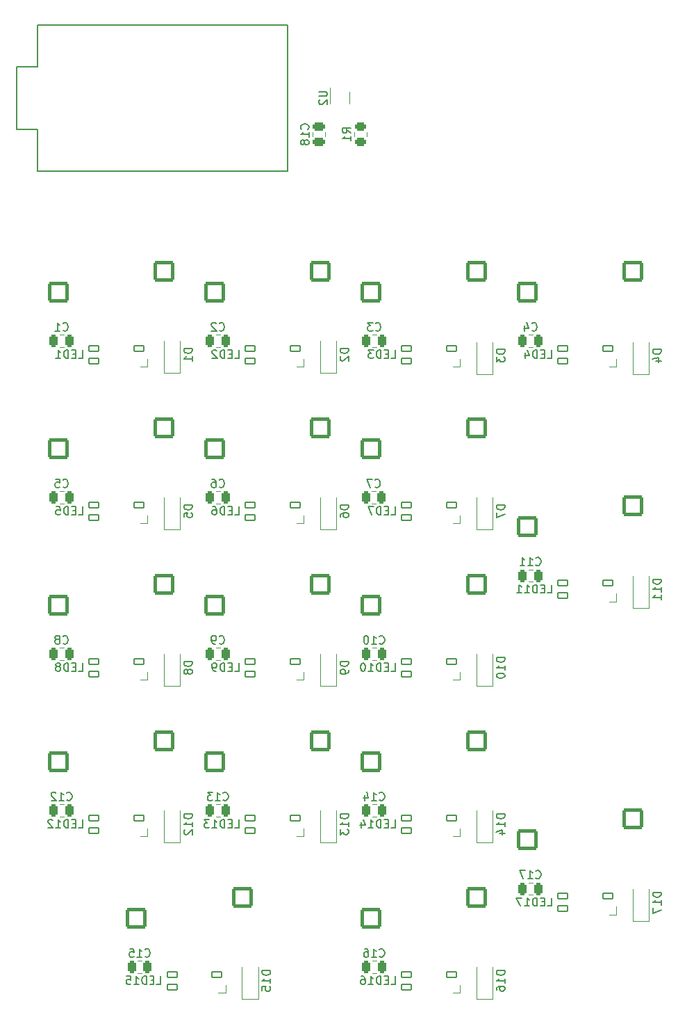
<source format=gbr>
%TF.GenerationSoftware,KiCad,Pcbnew,(6.0.10-0)*%
%TF.CreationDate,2023-02-04T09:28:37-08:00*%
%TF.ProjectId,ElephantKeyboard,456c6570-6861-46e7-944b-6579626f6172,rev?*%
%TF.SameCoordinates,Original*%
%TF.FileFunction,Legend,Bot*%
%TF.FilePolarity,Positive*%
%FSLAX46Y46*%
G04 Gerber Fmt 4.6, Leading zero omitted, Abs format (unit mm)*
G04 Created by KiCad (PCBNEW (6.0.10-0)) date 2023-02-04 09:28:37*
%MOMM*%
%LPD*%
G01*
G04 APERTURE LIST*
G04 Aperture macros list*
%AMRoundRect*
0 Rectangle with rounded corners*
0 $1 Rounding radius*
0 $2 $3 $4 $5 $6 $7 $8 $9 X,Y pos of 4 corners*
0 Add a 4 corners polygon primitive as box body*
4,1,4,$2,$3,$4,$5,$6,$7,$8,$9,$2,$3,0*
0 Add four circle primitives for the rounded corners*
1,1,$1+$1,$2,$3*
1,1,$1+$1,$4,$5*
1,1,$1+$1,$6,$7*
1,1,$1+$1,$8,$9*
0 Add four rect primitives between the rounded corners*
20,1,$1+$1,$2,$3,$4,$5,0*
20,1,$1+$1,$4,$5,$6,$7,0*
20,1,$1+$1,$6,$7,$8,$9,0*
20,1,$1+$1,$8,$9,$2,$3,0*%
%AMFreePoly0*
4,1,18,-0.410000,0.593000,-0.403758,0.624380,-0.385983,0.650983,-0.359380,0.668758,-0.328000,0.675000,0.328000,0.675000,0.359380,0.668758,0.385983,0.650983,0.403758,0.624380,0.410000,0.593000,0.410000,-0.593000,0.403758,-0.624380,0.385983,-0.650983,0.359380,-0.668758,0.328000,-0.675000,0.000000,-0.675000,-0.410000,-0.265000,-0.410000,0.593000,-0.410000,0.593000,$1*%
G04 Aperture macros list end*
%ADD10C,0.150000*%
%ADD11C,0.120000*%
%ADD12C,3.000000*%
%ADD13C,3.987800*%
%ADD14C,1.701800*%
%ADD15RoundRect,0.200000X-1.075000X-1.050000X1.075000X-1.050000X1.075000X1.050000X-1.075000X1.050000X0*%
%ADD16C,3.048000*%
%ADD17R,1.600000X1.600000*%
%ADD18C,1.600000*%
%ADD19R,1.200000X0.900000*%
%ADD20RoundRect,0.250000X0.250000X0.475000X-0.250000X0.475000X-0.250000X-0.475000X0.250000X-0.475000X0*%
%ADD21RoundRect,0.082000X0.593000X-0.328000X0.593000X0.328000X-0.593000X0.328000X-0.593000X-0.328000X0*%
%ADD22FreePoly0,90.000000*%
%ADD23R,0.400000X0.650000*%
%ADD24RoundRect,0.250000X-0.475000X0.250000X-0.475000X-0.250000X0.475000X-0.250000X0.475000X0.250000X0*%
%ADD25RoundRect,0.250000X-0.450000X0.262500X-0.450000X-0.262500X0.450000X-0.262500X0.450000X0.262500X0*%
G04 APERTURE END LIST*
D10*
%TO.C,D13*%
X101385380Y-134167714D02*
X100385380Y-134167714D01*
X100385380Y-134405809D01*
X100433000Y-134548666D01*
X100528238Y-134643904D01*
X100623476Y-134691523D01*
X100813952Y-134739142D01*
X100956809Y-134739142D01*
X101147285Y-134691523D01*
X101242523Y-134643904D01*
X101337761Y-134548666D01*
X101385380Y-134405809D01*
X101385380Y-134167714D01*
X101385380Y-135691523D02*
X101385380Y-135120095D01*
X101385380Y-135405809D02*
X100385380Y-135405809D01*
X100528238Y-135310571D01*
X100623476Y-135215333D01*
X100671095Y-135120095D01*
X100385380Y-136024857D02*
X100385380Y-136643904D01*
X100766333Y-136310571D01*
X100766333Y-136453428D01*
X100813952Y-136548666D01*
X100861571Y-136596285D01*
X100956809Y-136643904D01*
X101194904Y-136643904D01*
X101290142Y-136596285D01*
X101337761Y-136548666D01*
X101385380Y-136453428D01*
X101385380Y-136167714D01*
X101337761Y-136072476D01*
X101290142Y-136024857D01*
%TO.C,D11*%
X139485380Y-105592714D02*
X138485380Y-105592714D01*
X138485380Y-105830809D01*
X138533000Y-105973666D01*
X138628238Y-106068904D01*
X138723476Y-106116523D01*
X138913952Y-106164142D01*
X139056809Y-106164142D01*
X139247285Y-106116523D01*
X139342523Y-106068904D01*
X139437761Y-105973666D01*
X139485380Y-105830809D01*
X139485380Y-105592714D01*
X139485380Y-107116523D02*
X139485380Y-106545095D01*
X139485380Y-106830809D02*
X138485380Y-106830809D01*
X138628238Y-106735571D01*
X138723476Y-106640333D01*
X138771095Y-106545095D01*
X139485380Y-108068904D02*
X139485380Y-107497476D01*
X139485380Y-107783190D02*
X138485380Y-107783190D01*
X138628238Y-107687952D01*
X138723476Y-107592714D01*
X138771095Y-107497476D01*
%TO.C,C17*%
X124213857Y-141933142D02*
X124261476Y-141980761D01*
X124404333Y-142028380D01*
X124499571Y-142028380D01*
X124642428Y-141980761D01*
X124737666Y-141885523D01*
X124785285Y-141790285D01*
X124832904Y-141599809D01*
X124832904Y-141456952D01*
X124785285Y-141266476D01*
X124737666Y-141171238D01*
X124642428Y-141076000D01*
X124499571Y-141028380D01*
X124404333Y-141028380D01*
X124261476Y-141076000D01*
X124213857Y-141123619D01*
X123261476Y-142028380D02*
X123832904Y-142028380D01*
X123547190Y-142028380D02*
X123547190Y-141028380D01*
X123642428Y-141171238D01*
X123737666Y-141266476D01*
X123832904Y-141314095D01*
X122928142Y-141028380D02*
X122261476Y-141028380D01*
X122690047Y-142028380D01*
%TO.C,LED15*%
X78001714Y-154884380D02*
X78477904Y-154884380D01*
X78477904Y-153884380D01*
X77668380Y-154360571D02*
X77335047Y-154360571D01*
X77192190Y-154884380D02*
X77668380Y-154884380D01*
X77668380Y-153884380D01*
X77192190Y-153884380D01*
X76763619Y-154884380D02*
X76763619Y-153884380D01*
X76525523Y-153884380D01*
X76382666Y-153932000D01*
X76287428Y-154027238D01*
X76239809Y-154122476D01*
X76192190Y-154312952D01*
X76192190Y-154455809D01*
X76239809Y-154646285D01*
X76287428Y-154741523D01*
X76382666Y-154836761D01*
X76525523Y-154884380D01*
X76763619Y-154884380D01*
X75239809Y-154884380D02*
X75811238Y-154884380D01*
X75525523Y-154884380D02*
X75525523Y-153884380D01*
X75620761Y-154027238D01*
X75716000Y-154122476D01*
X75811238Y-154170095D01*
X74335047Y-153884380D02*
X74811238Y-153884380D01*
X74858857Y-154360571D01*
X74811238Y-154312952D01*
X74716000Y-154265333D01*
X74477904Y-154265333D01*
X74382666Y-154312952D01*
X74335047Y-154360571D01*
X74287428Y-154455809D01*
X74287428Y-154693904D01*
X74335047Y-154789142D01*
X74382666Y-154836761D01*
X74477904Y-154884380D01*
X74716000Y-154884380D01*
X74811238Y-154836761D01*
X74858857Y-154789142D01*
%TO.C,D7*%
X120435380Y-96543904D02*
X119435380Y-96543904D01*
X119435380Y-96782000D01*
X119483000Y-96924857D01*
X119578238Y-97020095D01*
X119673476Y-97067714D01*
X119863952Y-97115333D01*
X120006809Y-97115333D01*
X120197285Y-97067714D01*
X120292523Y-97020095D01*
X120387761Y-96924857D01*
X120435380Y-96782000D01*
X120435380Y-96543904D01*
X119435380Y-97448666D02*
X119435380Y-98115333D01*
X120435380Y-97686761D01*
%TO.C,C11*%
X124213857Y-103833142D02*
X124261476Y-103880761D01*
X124404333Y-103928380D01*
X124499571Y-103928380D01*
X124642428Y-103880761D01*
X124737666Y-103785523D01*
X124785285Y-103690285D01*
X124832904Y-103499809D01*
X124832904Y-103356952D01*
X124785285Y-103166476D01*
X124737666Y-103071238D01*
X124642428Y-102976000D01*
X124499571Y-102928380D01*
X124404333Y-102928380D01*
X124261476Y-102976000D01*
X124213857Y-103023619D01*
X123261476Y-103928380D02*
X123832904Y-103928380D01*
X123547190Y-103928380D02*
X123547190Y-102928380D01*
X123642428Y-103071238D01*
X123737666Y-103166476D01*
X123832904Y-103214095D01*
X122309095Y-103928380D02*
X122880523Y-103928380D01*
X122594809Y-103928380D02*
X122594809Y-102928380D01*
X122690047Y-103071238D01*
X122785285Y-103166476D01*
X122880523Y-103214095D01*
%TO.C,D17*%
X139485380Y-143692714D02*
X138485380Y-143692714D01*
X138485380Y-143930809D01*
X138533000Y-144073666D01*
X138628238Y-144168904D01*
X138723476Y-144216523D01*
X138913952Y-144264142D01*
X139056809Y-144264142D01*
X139247285Y-144216523D01*
X139342523Y-144168904D01*
X139437761Y-144073666D01*
X139485380Y-143930809D01*
X139485380Y-143692714D01*
X139485380Y-145216523D02*
X139485380Y-144645095D01*
X139485380Y-144930809D02*
X138485380Y-144930809D01*
X138628238Y-144835571D01*
X138723476Y-144740333D01*
X138771095Y-144645095D01*
X138485380Y-145549857D02*
X138485380Y-146216523D01*
X139485380Y-145787952D01*
%TO.C,LED5*%
X68476714Y-97734380D02*
X68952904Y-97734380D01*
X68952904Y-96734380D01*
X68143380Y-97210571D02*
X67810047Y-97210571D01*
X67667190Y-97734380D02*
X68143380Y-97734380D01*
X68143380Y-96734380D01*
X67667190Y-96734380D01*
X67238619Y-97734380D02*
X67238619Y-96734380D01*
X67000523Y-96734380D01*
X66857666Y-96782000D01*
X66762428Y-96877238D01*
X66714809Y-96972476D01*
X66667190Y-97162952D01*
X66667190Y-97305809D01*
X66714809Y-97496285D01*
X66762428Y-97591523D01*
X66857666Y-97686761D01*
X67000523Y-97734380D01*
X67238619Y-97734380D01*
X65762428Y-96734380D02*
X66238619Y-96734380D01*
X66286238Y-97210571D01*
X66238619Y-97162952D01*
X66143380Y-97115333D01*
X65905285Y-97115333D01*
X65810047Y-97162952D01*
X65762428Y-97210571D01*
X65714809Y-97305809D01*
X65714809Y-97543904D01*
X65762428Y-97639142D01*
X65810047Y-97686761D01*
X65905285Y-97734380D01*
X66143380Y-97734380D01*
X66238619Y-97686761D01*
X66286238Y-97639142D01*
%TO.C,LED3*%
X106576714Y-78684380D02*
X107052904Y-78684380D01*
X107052904Y-77684380D01*
X106243380Y-78160571D02*
X105910047Y-78160571D01*
X105767190Y-78684380D02*
X106243380Y-78684380D01*
X106243380Y-77684380D01*
X105767190Y-77684380D01*
X105338619Y-78684380D02*
X105338619Y-77684380D01*
X105100523Y-77684380D01*
X104957666Y-77732000D01*
X104862428Y-77827238D01*
X104814809Y-77922476D01*
X104767190Y-78112952D01*
X104767190Y-78255809D01*
X104814809Y-78446285D01*
X104862428Y-78541523D01*
X104957666Y-78636761D01*
X105100523Y-78684380D01*
X105338619Y-78684380D01*
X104433857Y-77684380D02*
X103814809Y-77684380D01*
X104148142Y-78065333D01*
X104005285Y-78065333D01*
X103910047Y-78112952D01*
X103862428Y-78160571D01*
X103814809Y-78255809D01*
X103814809Y-78493904D01*
X103862428Y-78589142D01*
X103910047Y-78636761D01*
X104005285Y-78684380D01*
X104291000Y-78684380D01*
X104386238Y-78636761D01*
X104433857Y-78589142D01*
%TO.C,D5*%
X82335380Y-96543904D02*
X81335380Y-96543904D01*
X81335380Y-96782000D01*
X81383000Y-96924857D01*
X81478238Y-97020095D01*
X81573476Y-97067714D01*
X81763952Y-97115333D01*
X81906809Y-97115333D01*
X82097285Y-97067714D01*
X82192523Y-97020095D01*
X82287761Y-96924857D01*
X82335380Y-96782000D01*
X82335380Y-96543904D01*
X81335380Y-98020095D02*
X81335380Y-97543904D01*
X81811571Y-97496285D01*
X81763952Y-97543904D01*
X81716333Y-97639142D01*
X81716333Y-97877238D01*
X81763952Y-97972476D01*
X81811571Y-98020095D01*
X81906809Y-98067714D01*
X82144904Y-98067714D01*
X82240142Y-98020095D01*
X82287761Y-97972476D01*
X82335380Y-97877238D01*
X82335380Y-97639142D01*
X82287761Y-97543904D01*
X82240142Y-97496285D01*
%TO.C,LED13*%
X87526714Y-135834380D02*
X88002904Y-135834380D01*
X88002904Y-134834380D01*
X87193380Y-135310571D02*
X86860047Y-135310571D01*
X86717190Y-135834380D02*
X87193380Y-135834380D01*
X87193380Y-134834380D01*
X86717190Y-134834380D01*
X86288619Y-135834380D02*
X86288619Y-134834380D01*
X86050523Y-134834380D01*
X85907666Y-134882000D01*
X85812428Y-134977238D01*
X85764809Y-135072476D01*
X85717190Y-135262952D01*
X85717190Y-135405809D01*
X85764809Y-135596285D01*
X85812428Y-135691523D01*
X85907666Y-135786761D01*
X86050523Y-135834380D01*
X86288619Y-135834380D01*
X84764809Y-135834380D02*
X85336238Y-135834380D01*
X85050523Y-135834380D02*
X85050523Y-134834380D01*
X85145761Y-134977238D01*
X85241000Y-135072476D01*
X85336238Y-135120095D01*
X84431476Y-134834380D02*
X83812428Y-134834380D01*
X84145761Y-135215333D01*
X84002904Y-135215333D01*
X83907666Y-135262952D01*
X83860047Y-135310571D01*
X83812428Y-135405809D01*
X83812428Y-135643904D01*
X83860047Y-135739142D01*
X83907666Y-135786761D01*
X84002904Y-135834380D01*
X84288619Y-135834380D01*
X84383857Y-135786761D01*
X84431476Y-135739142D01*
%TO.C,D6*%
X101385380Y-96543904D02*
X100385380Y-96543904D01*
X100385380Y-96782000D01*
X100433000Y-96924857D01*
X100528238Y-97020095D01*
X100623476Y-97067714D01*
X100813952Y-97115333D01*
X100956809Y-97115333D01*
X101147285Y-97067714D01*
X101242523Y-97020095D01*
X101337761Y-96924857D01*
X101385380Y-96782000D01*
X101385380Y-96543904D01*
X100385380Y-97972476D02*
X100385380Y-97782000D01*
X100433000Y-97686761D01*
X100480619Y-97639142D01*
X100623476Y-97543904D01*
X100813952Y-97496285D01*
X101194904Y-97496285D01*
X101290142Y-97543904D01*
X101337761Y-97591523D01*
X101385380Y-97686761D01*
X101385380Y-97877238D01*
X101337761Y-97972476D01*
X101290142Y-98020095D01*
X101194904Y-98067714D01*
X100956809Y-98067714D01*
X100861571Y-98020095D01*
X100813952Y-97972476D01*
X100766333Y-97877238D01*
X100766333Y-97686761D01*
X100813952Y-97591523D01*
X100861571Y-97543904D01*
X100956809Y-97496285D01*
%TO.C,LED17*%
X125626714Y-145359380D02*
X126102904Y-145359380D01*
X126102904Y-144359380D01*
X125293380Y-144835571D02*
X124960047Y-144835571D01*
X124817190Y-145359380D02*
X125293380Y-145359380D01*
X125293380Y-144359380D01*
X124817190Y-144359380D01*
X124388619Y-145359380D02*
X124388619Y-144359380D01*
X124150523Y-144359380D01*
X124007666Y-144407000D01*
X123912428Y-144502238D01*
X123864809Y-144597476D01*
X123817190Y-144787952D01*
X123817190Y-144930809D01*
X123864809Y-145121285D01*
X123912428Y-145216523D01*
X124007666Y-145311761D01*
X124150523Y-145359380D01*
X124388619Y-145359380D01*
X122864809Y-145359380D02*
X123436238Y-145359380D01*
X123150523Y-145359380D02*
X123150523Y-144359380D01*
X123245761Y-144502238D01*
X123341000Y-144597476D01*
X123436238Y-144645095D01*
X122531476Y-144359380D02*
X121864809Y-144359380D01*
X122293380Y-145359380D01*
%TO.C,C6*%
X85637666Y-94308142D02*
X85685285Y-94355761D01*
X85828142Y-94403380D01*
X85923380Y-94403380D01*
X86066238Y-94355761D01*
X86161476Y-94260523D01*
X86209095Y-94165285D01*
X86256714Y-93974809D01*
X86256714Y-93831952D01*
X86209095Y-93641476D01*
X86161476Y-93546238D01*
X86066238Y-93451000D01*
X85923380Y-93403380D01*
X85828142Y-93403380D01*
X85685285Y-93451000D01*
X85637666Y-93498619D01*
X84780523Y-93403380D02*
X84971000Y-93403380D01*
X85066238Y-93451000D01*
X85113857Y-93498619D01*
X85209095Y-93641476D01*
X85256714Y-93831952D01*
X85256714Y-94212904D01*
X85209095Y-94308142D01*
X85161476Y-94355761D01*
X85066238Y-94403380D01*
X84875761Y-94403380D01*
X84780523Y-94355761D01*
X84732904Y-94308142D01*
X84685285Y-94212904D01*
X84685285Y-93974809D01*
X84732904Y-93879571D01*
X84780523Y-93831952D01*
X84875761Y-93784333D01*
X85066238Y-93784333D01*
X85161476Y-93831952D01*
X85209095Y-93879571D01*
X85256714Y-93974809D01*
%TO.C,D3*%
X120435380Y-77620904D02*
X119435380Y-77620904D01*
X119435380Y-77859000D01*
X119483000Y-78001857D01*
X119578238Y-78097095D01*
X119673476Y-78144714D01*
X119863952Y-78192333D01*
X120006809Y-78192333D01*
X120197285Y-78144714D01*
X120292523Y-78097095D01*
X120387761Y-78001857D01*
X120435380Y-77859000D01*
X120435380Y-77620904D01*
X119435380Y-78525666D02*
X119435380Y-79144714D01*
X119816333Y-78811380D01*
X119816333Y-78954238D01*
X119863952Y-79049476D01*
X119911571Y-79097095D01*
X120006809Y-79144714D01*
X120244904Y-79144714D01*
X120340142Y-79097095D01*
X120387761Y-79049476D01*
X120435380Y-78954238D01*
X120435380Y-78668523D01*
X120387761Y-78573285D01*
X120340142Y-78525666D01*
%TO.C,D2*%
X101385380Y-77493904D02*
X100385380Y-77493904D01*
X100385380Y-77732000D01*
X100433000Y-77874857D01*
X100528238Y-77970095D01*
X100623476Y-78017714D01*
X100813952Y-78065333D01*
X100956809Y-78065333D01*
X101147285Y-78017714D01*
X101242523Y-77970095D01*
X101337761Y-77874857D01*
X101385380Y-77732000D01*
X101385380Y-77493904D01*
X100480619Y-78446285D02*
X100433000Y-78493904D01*
X100385380Y-78589142D01*
X100385380Y-78827238D01*
X100433000Y-78922476D01*
X100480619Y-78970095D01*
X100575857Y-79017714D01*
X100671095Y-79017714D01*
X100813952Y-78970095D01*
X101385380Y-78398666D01*
X101385380Y-79017714D01*
%TO.C,LED6*%
X87526714Y-97734380D02*
X88002904Y-97734380D01*
X88002904Y-96734380D01*
X87193380Y-97210571D02*
X86860047Y-97210571D01*
X86717190Y-97734380D02*
X87193380Y-97734380D01*
X87193380Y-96734380D01*
X86717190Y-96734380D01*
X86288619Y-97734380D02*
X86288619Y-96734380D01*
X86050523Y-96734380D01*
X85907666Y-96782000D01*
X85812428Y-96877238D01*
X85764809Y-96972476D01*
X85717190Y-97162952D01*
X85717190Y-97305809D01*
X85764809Y-97496285D01*
X85812428Y-97591523D01*
X85907666Y-97686761D01*
X86050523Y-97734380D01*
X86288619Y-97734380D01*
X84860047Y-96734380D02*
X85050523Y-96734380D01*
X85145761Y-96782000D01*
X85193380Y-96829619D01*
X85288619Y-96972476D01*
X85336238Y-97162952D01*
X85336238Y-97543904D01*
X85288619Y-97639142D01*
X85241000Y-97686761D01*
X85145761Y-97734380D01*
X84955285Y-97734380D01*
X84860047Y-97686761D01*
X84812428Y-97639142D01*
X84764809Y-97543904D01*
X84764809Y-97305809D01*
X84812428Y-97210571D01*
X84860047Y-97162952D01*
X84955285Y-97115333D01*
X85145761Y-97115333D01*
X85241000Y-97162952D01*
X85288619Y-97210571D01*
X85336238Y-97305809D01*
%TO.C,C1*%
X66587666Y-75258142D02*
X66635285Y-75305761D01*
X66778142Y-75353380D01*
X66873380Y-75353380D01*
X67016238Y-75305761D01*
X67111476Y-75210523D01*
X67159095Y-75115285D01*
X67206714Y-74924809D01*
X67206714Y-74781952D01*
X67159095Y-74591476D01*
X67111476Y-74496238D01*
X67016238Y-74401000D01*
X66873380Y-74353380D01*
X66778142Y-74353380D01*
X66635285Y-74401000D01*
X66587666Y-74448619D01*
X65635285Y-75353380D02*
X66206714Y-75353380D01*
X65921000Y-75353380D02*
X65921000Y-74353380D01*
X66016238Y-74496238D01*
X66111476Y-74591476D01*
X66206714Y-74639095D01*
%TO.C,LED16*%
X106576714Y-154884380D02*
X107052904Y-154884380D01*
X107052904Y-153884380D01*
X106243380Y-154360571D02*
X105910047Y-154360571D01*
X105767190Y-154884380D02*
X106243380Y-154884380D01*
X106243380Y-153884380D01*
X105767190Y-153884380D01*
X105338619Y-154884380D02*
X105338619Y-153884380D01*
X105100523Y-153884380D01*
X104957666Y-153932000D01*
X104862428Y-154027238D01*
X104814809Y-154122476D01*
X104767190Y-154312952D01*
X104767190Y-154455809D01*
X104814809Y-154646285D01*
X104862428Y-154741523D01*
X104957666Y-154836761D01*
X105100523Y-154884380D01*
X105338619Y-154884380D01*
X103814809Y-154884380D02*
X104386238Y-154884380D01*
X104100523Y-154884380D02*
X104100523Y-153884380D01*
X104195761Y-154027238D01*
X104291000Y-154122476D01*
X104386238Y-154170095D01*
X102957666Y-153884380D02*
X103148142Y-153884380D01*
X103243380Y-153932000D01*
X103291000Y-153979619D01*
X103386238Y-154122476D01*
X103433857Y-154312952D01*
X103433857Y-154693904D01*
X103386238Y-154789142D01*
X103338619Y-154836761D01*
X103243380Y-154884380D01*
X103052904Y-154884380D01*
X102957666Y-154836761D01*
X102910047Y-154789142D01*
X102862428Y-154693904D01*
X102862428Y-154455809D01*
X102910047Y-154360571D01*
X102957666Y-154312952D01*
X103052904Y-154265333D01*
X103243380Y-154265333D01*
X103338619Y-154312952D01*
X103386238Y-154360571D01*
X103433857Y-154455809D01*
%TO.C,C8*%
X66587666Y-113358142D02*
X66635285Y-113405761D01*
X66778142Y-113453380D01*
X66873380Y-113453380D01*
X67016238Y-113405761D01*
X67111476Y-113310523D01*
X67159095Y-113215285D01*
X67206714Y-113024809D01*
X67206714Y-112881952D01*
X67159095Y-112691476D01*
X67111476Y-112596238D01*
X67016238Y-112501000D01*
X66873380Y-112453380D01*
X66778142Y-112453380D01*
X66635285Y-112501000D01*
X66587666Y-112548619D01*
X66016238Y-112881952D02*
X66111476Y-112834333D01*
X66159095Y-112786714D01*
X66206714Y-112691476D01*
X66206714Y-112643857D01*
X66159095Y-112548619D01*
X66111476Y-112501000D01*
X66016238Y-112453380D01*
X65825761Y-112453380D01*
X65730523Y-112501000D01*
X65682904Y-112548619D01*
X65635285Y-112643857D01*
X65635285Y-112691476D01*
X65682904Y-112786714D01*
X65730523Y-112834333D01*
X65825761Y-112881952D01*
X66016238Y-112881952D01*
X66111476Y-112929571D01*
X66159095Y-112977190D01*
X66206714Y-113072428D01*
X66206714Y-113262904D01*
X66159095Y-113358142D01*
X66111476Y-113405761D01*
X66016238Y-113453380D01*
X65825761Y-113453380D01*
X65730523Y-113405761D01*
X65682904Y-113358142D01*
X65635285Y-113262904D01*
X65635285Y-113072428D01*
X65682904Y-112977190D01*
X65730523Y-112929571D01*
X65825761Y-112881952D01*
%TO.C,C16*%
X105163857Y-151458142D02*
X105211476Y-151505761D01*
X105354333Y-151553380D01*
X105449571Y-151553380D01*
X105592428Y-151505761D01*
X105687666Y-151410523D01*
X105735285Y-151315285D01*
X105782904Y-151124809D01*
X105782904Y-150981952D01*
X105735285Y-150791476D01*
X105687666Y-150696238D01*
X105592428Y-150601000D01*
X105449571Y-150553380D01*
X105354333Y-150553380D01*
X105211476Y-150601000D01*
X105163857Y-150648619D01*
X104211476Y-151553380D02*
X104782904Y-151553380D01*
X104497190Y-151553380D02*
X104497190Y-150553380D01*
X104592428Y-150696238D01*
X104687666Y-150791476D01*
X104782904Y-150839095D01*
X103354333Y-150553380D02*
X103544809Y-150553380D01*
X103640047Y-150601000D01*
X103687666Y-150648619D01*
X103782904Y-150791476D01*
X103830523Y-150981952D01*
X103830523Y-151362904D01*
X103782904Y-151458142D01*
X103735285Y-151505761D01*
X103640047Y-151553380D01*
X103449571Y-151553380D01*
X103354333Y-151505761D01*
X103306714Y-151458142D01*
X103259095Y-151362904D01*
X103259095Y-151124809D01*
X103306714Y-151029571D01*
X103354333Y-150981952D01*
X103449571Y-150934333D01*
X103640047Y-150934333D01*
X103735285Y-150981952D01*
X103782904Y-151029571D01*
X103830523Y-151124809D01*
%TO.C,D9*%
X101385380Y-115593904D02*
X100385380Y-115593904D01*
X100385380Y-115832000D01*
X100433000Y-115974857D01*
X100528238Y-116070095D01*
X100623476Y-116117714D01*
X100813952Y-116165333D01*
X100956809Y-116165333D01*
X101147285Y-116117714D01*
X101242523Y-116070095D01*
X101337761Y-115974857D01*
X101385380Y-115832000D01*
X101385380Y-115593904D01*
X101385380Y-116641523D02*
X101385380Y-116832000D01*
X101337761Y-116927238D01*
X101290142Y-116974857D01*
X101147285Y-117070095D01*
X100956809Y-117117714D01*
X100575857Y-117117714D01*
X100480619Y-117070095D01*
X100433000Y-117022476D01*
X100385380Y-116927238D01*
X100385380Y-116736761D01*
X100433000Y-116641523D01*
X100480619Y-116593904D01*
X100575857Y-116546285D01*
X100813952Y-116546285D01*
X100909190Y-116593904D01*
X100956809Y-116641523D01*
X101004428Y-116736761D01*
X101004428Y-116927238D01*
X100956809Y-117022476D01*
X100909190Y-117070095D01*
X100813952Y-117117714D01*
%TO.C,C13*%
X86113857Y-132408142D02*
X86161476Y-132455761D01*
X86304333Y-132503380D01*
X86399571Y-132503380D01*
X86542428Y-132455761D01*
X86637666Y-132360523D01*
X86685285Y-132265285D01*
X86732904Y-132074809D01*
X86732904Y-131931952D01*
X86685285Y-131741476D01*
X86637666Y-131646238D01*
X86542428Y-131551000D01*
X86399571Y-131503380D01*
X86304333Y-131503380D01*
X86161476Y-131551000D01*
X86113857Y-131598619D01*
X85161476Y-132503380D02*
X85732904Y-132503380D01*
X85447190Y-132503380D02*
X85447190Y-131503380D01*
X85542428Y-131646238D01*
X85637666Y-131741476D01*
X85732904Y-131789095D01*
X84828142Y-131503380D02*
X84209095Y-131503380D01*
X84542428Y-131884333D01*
X84399571Y-131884333D01*
X84304333Y-131931952D01*
X84256714Y-131979571D01*
X84209095Y-132074809D01*
X84209095Y-132312904D01*
X84256714Y-132408142D01*
X84304333Y-132455761D01*
X84399571Y-132503380D01*
X84685285Y-132503380D01*
X84780523Y-132455761D01*
X84828142Y-132408142D01*
%TO.C,LED4*%
X125626714Y-78684380D02*
X126102904Y-78684380D01*
X126102904Y-77684380D01*
X125293380Y-78160571D02*
X124960047Y-78160571D01*
X124817190Y-78684380D02*
X125293380Y-78684380D01*
X125293380Y-77684380D01*
X124817190Y-77684380D01*
X124388619Y-78684380D02*
X124388619Y-77684380D01*
X124150523Y-77684380D01*
X124007666Y-77732000D01*
X123912428Y-77827238D01*
X123864809Y-77922476D01*
X123817190Y-78112952D01*
X123817190Y-78255809D01*
X123864809Y-78446285D01*
X123912428Y-78541523D01*
X124007666Y-78636761D01*
X124150523Y-78684380D01*
X124388619Y-78684380D01*
X122960047Y-78017714D02*
X122960047Y-78684380D01*
X123198142Y-77636761D02*
X123436238Y-78351047D01*
X122817190Y-78351047D01*
%TO.C,D12*%
X82335380Y-134167714D02*
X81335380Y-134167714D01*
X81335380Y-134405809D01*
X81383000Y-134548666D01*
X81478238Y-134643904D01*
X81573476Y-134691523D01*
X81763952Y-134739142D01*
X81906809Y-134739142D01*
X82097285Y-134691523D01*
X82192523Y-134643904D01*
X82287761Y-134548666D01*
X82335380Y-134405809D01*
X82335380Y-134167714D01*
X82335380Y-135691523D02*
X82335380Y-135120095D01*
X82335380Y-135405809D02*
X81335380Y-135405809D01*
X81478238Y-135310571D01*
X81573476Y-135215333D01*
X81621095Y-135120095D01*
X81430619Y-136072476D02*
X81383000Y-136120095D01*
X81335380Y-136215333D01*
X81335380Y-136453428D01*
X81383000Y-136548666D01*
X81430619Y-136596285D01*
X81525857Y-136643904D01*
X81621095Y-136643904D01*
X81763952Y-136596285D01*
X82335380Y-136024857D01*
X82335380Y-136643904D01*
%TO.C,LED10*%
X106576714Y-116784380D02*
X107052904Y-116784380D01*
X107052904Y-115784380D01*
X106243380Y-116260571D02*
X105910047Y-116260571D01*
X105767190Y-116784380D02*
X106243380Y-116784380D01*
X106243380Y-115784380D01*
X105767190Y-115784380D01*
X105338619Y-116784380D02*
X105338619Y-115784380D01*
X105100523Y-115784380D01*
X104957666Y-115832000D01*
X104862428Y-115927238D01*
X104814809Y-116022476D01*
X104767190Y-116212952D01*
X104767190Y-116355809D01*
X104814809Y-116546285D01*
X104862428Y-116641523D01*
X104957666Y-116736761D01*
X105100523Y-116784380D01*
X105338619Y-116784380D01*
X103814809Y-116784380D02*
X104386238Y-116784380D01*
X104100523Y-116784380D02*
X104100523Y-115784380D01*
X104195761Y-115927238D01*
X104291000Y-116022476D01*
X104386238Y-116070095D01*
X103195761Y-115784380D02*
X103100523Y-115784380D01*
X103005285Y-115832000D01*
X102957666Y-115879619D01*
X102910047Y-115974857D01*
X102862428Y-116165333D01*
X102862428Y-116403428D01*
X102910047Y-116593904D01*
X102957666Y-116689142D01*
X103005285Y-116736761D01*
X103100523Y-116784380D01*
X103195761Y-116784380D01*
X103291000Y-116736761D01*
X103338619Y-116689142D01*
X103386238Y-116593904D01*
X103433857Y-116403428D01*
X103433857Y-116165333D01*
X103386238Y-115974857D01*
X103338619Y-115879619D01*
X103291000Y-115832000D01*
X103195761Y-115784380D01*
%TO.C,C2*%
X85637666Y-75258142D02*
X85685285Y-75305761D01*
X85828142Y-75353380D01*
X85923380Y-75353380D01*
X86066238Y-75305761D01*
X86161476Y-75210523D01*
X86209095Y-75115285D01*
X86256714Y-74924809D01*
X86256714Y-74781952D01*
X86209095Y-74591476D01*
X86161476Y-74496238D01*
X86066238Y-74401000D01*
X85923380Y-74353380D01*
X85828142Y-74353380D01*
X85685285Y-74401000D01*
X85637666Y-74448619D01*
X85256714Y-74448619D02*
X85209095Y-74401000D01*
X85113857Y-74353380D01*
X84875761Y-74353380D01*
X84780523Y-74401000D01*
X84732904Y-74448619D01*
X84685285Y-74543857D01*
X84685285Y-74639095D01*
X84732904Y-74781952D01*
X85304333Y-75353380D01*
X84685285Y-75353380D01*
%TO.C,LED9*%
X87526714Y-116784380D02*
X88002904Y-116784380D01*
X88002904Y-115784380D01*
X87193380Y-116260571D02*
X86860047Y-116260571D01*
X86717190Y-116784380D02*
X87193380Y-116784380D01*
X87193380Y-115784380D01*
X86717190Y-115784380D01*
X86288619Y-116784380D02*
X86288619Y-115784380D01*
X86050523Y-115784380D01*
X85907666Y-115832000D01*
X85812428Y-115927238D01*
X85764809Y-116022476D01*
X85717190Y-116212952D01*
X85717190Y-116355809D01*
X85764809Y-116546285D01*
X85812428Y-116641523D01*
X85907666Y-116736761D01*
X86050523Y-116784380D01*
X86288619Y-116784380D01*
X85241000Y-116784380D02*
X85050523Y-116784380D01*
X84955285Y-116736761D01*
X84907666Y-116689142D01*
X84812428Y-116546285D01*
X84764809Y-116355809D01*
X84764809Y-115974857D01*
X84812428Y-115879619D01*
X84860047Y-115832000D01*
X84955285Y-115784380D01*
X85145761Y-115784380D01*
X85241000Y-115832000D01*
X85288619Y-115879619D01*
X85336238Y-115974857D01*
X85336238Y-116212952D01*
X85288619Y-116308190D01*
X85241000Y-116355809D01*
X85145761Y-116403428D01*
X84955285Y-116403428D01*
X84860047Y-116355809D01*
X84812428Y-116308190D01*
X84764809Y-116212952D01*
%TO.C,C15*%
X76588857Y-151458142D02*
X76636476Y-151505761D01*
X76779333Y-151553380D01*
X76874571Y-151553380D01*
X77017428Y-151505761D01*
X77112666Y-151410523D01*
X77160285Y-151315285D01*
X77207904Y-151124809D01*
X77207904Y-150981952D01*
X77160285Y-150791476D01*
X77112666Y-150696238D01*
X77017428Y-150601000D01*
X76874571Y-150553380D01*
X76779333Y-150553380D01*
X76636476Y-150601000D01*
X76588857Y-150648619D01*
X75636476Y-151553380D02*
X76207904Y-151553380D01*
X75922190Y-151553380D02*
X75922190Y-150553380D01*
X76017428Y-150696238D01*
X76112666Y-150791476D01*
X76207904Y-150839095D01*
X74731714Y-150553380D02*
X75207904Y-150553380D01*
X75255523Y-151029571D01*
X75207904Y-150981952D01*
X75112666Y-150934333D01*
X74874571Y-150934333D01*
X74779333Y-150981952D01*
X74731714Y-151029571D01*
X74684095Y-151124809D01*
X74684095Y-151362904D01*
X74731714Y-151458142D01*
X74779333Y-151505761D01*
X74874571Y-151553380D01*
X75112666Y-151553380D01*
X75207904Y-151505761D01*
X75255523Y-151458142D01*
%TO.C,LED1*%
X68476714Y-78684380D02*
X68952904Y-78684380D01*
X68952904Y-77684380D01*
X68143380Y-78160571D02*
X67810047Y-78160571D01*
X67667190Y-78684380D02*
X68143380Y-78684380D01*
X68143380Y-77684380D01*
X67667190Y-77684380D01*
X67238619Y-78684380D02*
X67238619Y-77684380D01*
X67000523Y-77684380D01*
X66857666Y-77732000D01*
X66762428Y-77827238D01*
X66714809Y-77922476D01*
X66667190Y-78112952D01*
X66667190Y-78255809D01*
X66714809Y-78446285D01*
X66762428Y-78541523D01*
X66857666Y-78636761D01*
X67000523Y-78684380D01*
X67238619Y-78684380D01*
X65714809Y-78684380D02*
X66286238Y-78684380D01*
X66000523Y-78684380D02*
X66000523Y-77684380D01*
X66095761Y-77827238D01*
X66191000Y-77922476D01*
X66286238Y-77970095D01*
%TO.C,LED12*%
X68476714Y-135834380D02*
X68952904Y-135834380D01*
X68952904Y-134834380D01*
X68143380Y-135310571D02*
X67810047Y-135310571D01*
X67667190Y-135834380D02*
X68143380Y-135834380D01*
X68143380Y-134834380D01*
X67667190Y-134834380D01*
X67238619Y-135834380D02*
X67238619Y-134834380D01*
X67000523Y-134834380D01*
X66857666Y-134882000D01*
X66762428Y-134977238D01*
X66714809Y-135072476D01*
X66667190Y-135262952D01*
X66667190Y-135405809D01*
X66714809Y-135596285D01*
X66762428Y-135691523D01*
X66857666Y-135786761D01*
X67000523Y-135834380D01*
X67238619Y-135834380D01*
X65714809Y-135834380D02*
X66286238Y-135834380D01*
X66000523Y-135834380D02*
X66000523Y-134834380D01*
X66095761Y-134977238D01*
X66191000Y-135072476D01*
X66286238Y-135120095D01*
X65333857Y-134929619D02*
X65286238Y-134882000D01*
X65191000Y-134834380D01*
X64952904Y-134834380D01*
X64857666Y-134882000D01*
X64810047Y-134929619D01*
X64762428Y-135024857D01*
X64762428Y-135120095D01*
X64810047Y-135262952D01*
X65381476Y-135834380D01*
X64762428Y-135834380D01*
%TO.C,D15*%
X91860380Y-153217714D02*
X90860380Y-153217714D01*
X90860380Y-153455809D01*
X90908000Y-153598666D01*
X91003238Y-153693904D01*
X91098476Y-153741523D01*
X91288952Y-153789142D01*
X91431809Y-153789142D01*
X91622285Y-153741523D01*
X91717523Y-153693904D01*
X91812761Y-153598666D01*
X91860380Y-153455809D01*
X91860380Y-153217714D01*
X91860380Y-154741523D02*
X91860380Y-154170095D01*
X91860380Y-154455809D02*
X90860380Y-154455809D01*
X91003238Y-154360571D01*
X91098476Y-154265333D01*
X91146095Y-154170095D01*
X90860380Y-155646285D02*
X90860380Y-155170095D01*
X91336571Y-155122476D01*
X91288952Y-155170095D01*
X91241333Y-155265333D01*
X91241333Y-155503428D01*
X91288952Y-155598666D01*
X91336571Y-155646285D01*
X91431809Y-155693904D01*
X91669904Y-155693904D01*
X91765142Y-155646285D01*
X91812761Y-155598666D01*
X91860380Y-155503428D01*
X91860380Y-155265333D01*
X91812761Y-155170095D01*
X91765142Y-155122476D01*
%TO.C,C14*%
X105163857Y-132408142D02*
X105211476Y-132455761D01*
X105354333Y-132503380D01*
X105449571Y-132503380D01*
X105592428Y-132455761D01*
X105687666Y-132360523D01*
X105735285Y-132265285D01*
X105782904Y-132074809D01*
X105782904Y-131931952D01*
X105735285Y-131741476D01*
X105687666Y-131646238D01*
X105592428Y-131551000D01*
X105449571Y-131503380D01*
X105354333Y-131503380D01*
X105211476Y-131551000D01*
X105163857Y-131598619D01*
X104211476Y-132503380D02*
X104782904Y-132503380D01*
X104497190Y-132503380D02*
X104497190Y-131503380D01*
X104592428Y-131646238D01*
X104687666Y-131741476D01*
X104782904Y-131789095D01*
X103354333Y-131836714D02*
X103354333Y-132503380D01*
X103592428Y-131455761D02*
X103830523Y-132170047D01*
X103211476Y-132170047D01*
%TO.C,LED14*%
X106576714Y-135834380D02*
X107052904Y-135834380D01*
X107052904Y-134834380D01*
X106243380Y-135310571D02*
X105910047Y-135310571D01*
X105767190Y-135834380D02*
X106243380Y-135834380D01*
X106243380Y-134834380D01*
X105767190Y-134834380D01*
X105338619Y-135834380D02*
X105338619Y-134834380D01*
X105100523Y-134834380D01*
X104957666Y-134882000D01*
X104862428Y-134977238D01*
X104814809Y-135072476D01*
X104767190Y-135262952D01*
X104767190Y-135405809D01*
X104814809Y-135596285D01*
X104862428Y-135691523D01*
X104957666Y-135786761D01*
X105100523Y-135834380D01*
X105338619Y-135834380D01*
X103814809Y-135834380D02*
X104386238Y-135834380D01*
X104100523Y-135834380D02*
X104100523Y-134834380D01*
X104195761Y-134977238D01*
X104291000Y-135072476D01*
X104386238Y-135120095D01*
X102957666Y-135167714D02*
X102957666Y-135834380D01*
X103195761Y-134786761D02*
X103433857Y-135501047D01*
X102814809Y-135501047D01*
%TO.C,U2*%
X97782380Y-46228095D02*
X98591904Y-46228095D01*
X98687142Y-46275714D01*
X98734761Y-46323333D01*
X98782380Y-46418571D01*
X98782380Y-46609047D01*
X98734761Y-46704285D01*
X98687142Y-46751904D01*
X98591904Y-46799523D01*
X97782380Y-46799523D01*
X97877619Y-47228095D02*
X97830000Y-47275714D01*
X97782380Y-47370952D01*
X97782380Y-47609047D01*
X97830000Y-47704285D01*
X97877619Y-47751904D01*
X97972857Y-47799523D01*
X98068095Y-47799523D01*
X98210952Y-47751904D01*
X98782380Y-47180476D01*
X98782380Y-47799523D01*
%TO.C,C18*%
X96467142Y-50792142D02*
X96514761Y-50744523D01*
X96562380Y-50601666D01*
X96562380Y-50506428D01*
X96514761Y-50363571D01*
X96419523Y-50268333D01*
X96324285Y-50220714D01*
X96133809Y-50173095D01*
X95990952Y-50173095D01*
X95800476Y-50220714D01*
X95705238Y-50268333D01*
X95610000Y-50363571D01*
X95562380Y-50506428D01*
X95562380Y-50601666D01*
X95610000Y-50744523D01*
X95657619Y-50792142D01*
X96562380Y-51744523D02*
X96562380Y-51173095D01*
X96562380Y-51458809D02*
X95562380Y-51458809D01*
X95705238Y-51363571D01*
X95800476Y-51268333D01*
X95848095Y-51173095D01*
X95990952Y-52315952D02*
X95943333Y-52220714D01*
X95895714Y-52173095D01*
X95800476Y-52125476D01*
X95752857Y-52125476D01*
X95657619Y-52173095D01*
X95610000Y-52220714D01*
X95562380Y-52315952D01*
X95562380Y-52506428D01*
X95610000Y-52601666D01*
X95657619Y-52649285D01*
X95752857Y-52696904D01*
X95800476Y-52696904D01*
X95895714Y-52649285D01*
X95943333Y-52601666D01*
X95990952Y-52506428D01*
X95990952Y-52315952D01*
X96038571Y-52220714D01*
X96086190Y-52173095D01*
X96181428Y-52125476D01*
X96371904Y-52125476D01*
X96467142Y-52173095D01*
X96514761Y-52220714D01*
X96562380Y-52315952D01*
X96562380Y-52506428D01*
X96514761Y-52601666D01*
X96467142Y-52649285D01*
X96371904Y-52696904D01*
X96181428Y-52696904D01*
X96086190Y-52649285D01*
X96038571Y-52601666D01*
X95990952Y-52506428D01*
%TO.C,C10*%
X105163857Y-113358142D02*
X105211476Y-113405761D01*
X105354333Y-113453380D01*
X105449571Y-113453380D01*
X105592428Y-113405761D01*
X105687666Y-113310523D01*
X105735285Y-113215285D01*
X105782904Y-113024809D01*
X105782904Y-112881952D01*
X105735285Y-112691476D01*
X105687666Y-112596238D01*
X105592428Y-112501000D01*
X105449571Y-112453380D01*
X105354333Y-112453380D01*
X105211476Y-112501000D01*
X105163857Y-112548619D01*
X104211476Y-113453380D02*
X104782904Y-113453380D01*
X104497190Y-113453380D02*
X104497190Y-112453380D01*
X104592428Y-112596238D01*
X104687666Y-112691476D01*
X104782904Y-112739095D01*
X103592428Y-112453380D02*
X103497190Y-112453380D01*
X103401952Y-112501000D01*
X103354333Y-112548619D01*
X103306714Y-112643857D01*
X103259095Y-112834333D01*
X103259095Y-113072428D01*
X103306714Y-113262904D01*
X103354333Y-113358142D01*
X103401952Y-113405761D01*
X103497190Y-113453380D01*
X103592428Y-113453380D01*
X103687666Y-113405761D01*
X103735285Y-113358142D01*
X103782904Y-113262904D01*
X103830523Y-113072428D01*
X103830523Y-112834333D01*
X103782904Y-112643857D01*
X103735285Y-112548619D01*
X103687666Y-112501000D01*
X103592428Y-112453380D01*
%TO.C,C9*%
X85637666Y-113358142D02*
X85685285Y-113405761D01*
X85828142Y-113453380D01*
X85923380Y-113453380D01*
X86066238Y-113405761D01*
X86161476Y-113310523D01*
X86209095Y-113215285D01*
X86256714Y-113024809D01*
X86256714Y-112881952D01*
X86209095Y-112691476D01*
X86161476Y-112596238D01*
X86066238Y-112501000D01*
X85923380Y-112453380D01*
X85828142Y-112453380D01*
X85685285Y-112501000D01*
X85637666Y-112548619D01*
X85161476Y-113453380D02*
X84971000Y-113453380D01*
X84875761Y-113405761D01*
X84828142Y-113358142D01*
X84732904Y-113215285D01*
X84685285Y-113024809D01*
X84685285Y-112643857D01*
X84732904Y-112548619D01*
X84780523Y-112501000D01*
X84875761Y-112453380D01*
X85066238Y-112453380D01*
X85161476Y-112501000D01*
X85209095Y-112548619D01*
X85256714Y-112643857D01*
X85256714Y-112881952D01*
X85209095Y-112977190D01*
X85161476Y-113024809D01*
X85066238Y-113072428D01*
X84875761Y-113072428D01*
X84780523Y-113024809D01*
X84732904Y-112977190D01*
X84685285Y-112881952D01*
%TO.C,C5*%
X66587666Y-94308142D02*
X66635285Y-94355761D01*
X66778142Y-94403380D01*
X66873380Y-94403380D01*
X67016238Y-94355761D01*
X67111476Y-94260523D01*
X67159095Y-94165285D01*
X67206714Y-93974809D01*
X67206714Y-93831952D01*
X67159095Y-93641476D01*
X67111476Y-93546238D01*
X67016238Y-93451000D01*
X66873380Y-93403380D01*
X66778142Y-93403380D01*
X66635285Y-93451000D01*
X66587666Y-93498619D01*
X65682904Y-93403380D02*
X66159095Y-93403380D01*
X66206714Y-93879571D01*
X66159095Y-93831952D01*
X66063857Y-93784333D01*
X65825761Y-93784333D01*
X65730523Y-93831952D01*
X65682904Y-93879571D01*
X65635285Y-93974809D01*
X65635285Y-94212904D01*
X65682904Y-94308142D01*
X65730523Y-94355761D01*
X65825761Y-94403380D01*
X66063857Y-94403380D01*
X66159095Y-94355761D01*
X66206714Y-94308142D01*
%TO.C,LED8*%
X68476714Y-116784380D02*
X68952904Y-116784380D01*
X68952904Y-115784380D01*
X68143380Y-116260571D02*
X67810047Y-116260571D01*
X67667190Y-116784380D02*
X68143380Y-116784380D01*
X68143380Y-115784380D01*
X67667190Y-115784380D01*
X67238619Y-116784380D02*
X67238619Y-115784380D01*
X67000523Y-115784380D01*
X66857666Y-115832000D01*
X66762428Y-115927238D01*
X66714809Y-116022476D01*
X66667190Y-116212952D01*
X66667190Y-116355809D01*
X66714809Y-116546285D01*
X66762428Y-116641523D01*
X66857666Y-116736761D01*
X67000523Y-116784380D01*
X67238619Y-116784380D01*
X66095761Y-116212952D02*
X66191000Y-116165333D01*
X66238619Y-116117714D01*
X66286238Y-116022476D01*
X66286238Y-115974857D01*
X66238619Y-115879619D01*
X66191000Y-115832000D01*
X66095761Y-115784380D01*
X65905285Y-115784380D01*
X65810047Y-115832000D01*
X65762428Y-115879619D01*
X65714809Y-115974857D01*
X65714809Y-116022476D01*
X65762428Y-116117714D01*
X65810047Y-116165333D01*
X65905285Y-116212952D01*
X66095761Y-116212952D01*
X66191000Y-116260571D01*
X66238619Y-116308190D01*
X66286238Y-116403428D01*
X66286238Y-116593904D01*
X66238619Y-116689142D01*
X66191000Y-116736761D01*
X66095761Y-116784380D01*
X65905285Y-116784380D01*
X65810047Y-116736761D01*
X65762428Y-116689142D01*
X65714809Y-116593904D01*
X65714809Y-116403428D01*
X65762428Y-116308190D01*
X65810047Y-116260571D01*
X65905285Y-116212952D01*
%TO.C,C3*%
X104687666Y-75258142D02*
X104735285Y-75305761D01*
X104878142Y-75353380D01*
X104973380Y-75353380D01*
X105116238Y-75305761D01*
X105211476Y-75210523D01*
X105259095Y-75115285D01*
X105306714Y-74924809D01*
X105306714Y-74781952D01*
X105259095Y-74591476D01*
X105211476Y-74496238D01*
X105116238Y-74401000D01*
X104973380Y-74353380D01*
X104878142Y-74353380D01*
X104735285Y-74401000D01*
X104687666Y-74448619D01*
X104354333Y-74353380D02*
X103735285Y-74353380D01*
X104068619Y-74734333D01*
X103925761Y-74734333D01*
X103830523Y-74781952D01*
X103782904Y-74829571D01*
X103735285Y-74924809D01*
X103735285Y-75162904D01*
X103782904Y-75258142D01*
X103830523Y-75305761D01*
X103925761Y-75353380D01*
X104211476Y-75353380D01*
X104306714Y-75305761D01*
X104354333Y-75258142D01*
%TO.C,D14*%
X120435380Y-134167714D02*
X119435380Y-134167714D01*
X119435380Y-134405809D01*
X119483000Y-134548666D01*
X119578238Y-134643904D01*
X119673476Y-134691523D01*
X119863952Y-134739142D01*
X120006809Y-134739142D01*
X120197285Y-134691523D01*
X120292523Y-134643904D01*
X120387761Y-134548666D01*
X120435380Y-134405809D01*
X120435380Y-134167714D01*
X120435380Y-135691523D02*
X120435380Y-135120095D01*
X120435380Y-135405809D02*
X119435380Y-135405809D01*
X119578238Y-135310571D01*
X119673476Y-135215333D01*
X119721095Y-135120095D01*
X119768714Y-136548666D02*
X120435380Y-136548666D01*
X119387761Y-136310571D02*
X120102047Y-136072476D01*
X120102047Y-136691523D01*
%TO.C,C4*%
X123737666Y-75258142D02*
X123785285Y-75305761D01*
X123928142Y-75353380D01*
X124023380Y-75353380D01*
X124166238Y-75305761D01*
X124261476Y-75210523D01*
X124309095Y-75115285D01*
X124356714Y-74924809D01*
X124356714Y-74781952D01*
X124309095Y-74591476D01*
X124261476Y-74496238D01*
X124166238Y-74401000D01*
X124023380Y-74353380D01*
X123928142Y-74353380D01*
X123785285Y-74401000D01*
X123737666Y-74448619D01*
X122880523Y-74686714D02*
X122880523Y-75353380D01*
X123118619Y-74305761D02*
X123356714Y-75020047D01*
X122737666Y-75020047D01*
%TO.C,C7*%
X104626666Y-94308142D02*
X104674285Y-94355761D01*
X104817142Y-94403380D01*
X104912380Y-94403380D01*
X105055238Y-94355761D01*
X105150476Y-94260523D01*
X105198095Y-94165285D01*
X105245714Y-93974809D01*
X105245714Y-93831952D01*
X105198095Y-93641476D01*
X105150476Y-93546238D01*
X105055238Y-93451000D01*
X104912380Y-93403380D01*
X104817142Y-93403380D01*
X104674285Y-93451000D01*
X104626666Y-93498619D01*
X104293333Y-93403380D02*
X103626666Y-93403380D01*
X104055238Y-94403380D01*
%TO.C,D8*%
X82335380Y-115593904D02*
X81335380Y-115593904D01*
X81335380Y-115832000D01*
X81383000Y-115974857D01*
X81478238Y-116070095D01*
X81573476Y-116117714D01*
X81763952Y-116165333D01*
X81906809Y-116165333D01*
X82097285Y-116117714D01*
X82192523Y-116070095D01*
X82287761Y-115974857D01*
X82335380Y-115832000D01*
X82335380Y-115593904D01*
X81763952Y-116736761D02*
X81716333Y-116641523D01*
X81668714Y-116593904D01*
X81573476Y-116546285D01*
X81525857Y-116546285D01*
X81430619Y-116593904D01*
X81383000Y-116641523D01*
X81335380Y-116736761D01*
X81335380Y-116927238D01*
X81383000Y-117022476D01*
X81430619Y-117070095D01*
X81525857Y-117117714D01*
X81573476Y-117117714D01*
X81668714Y-117070095D01*
X81716333Y-117022476D01*
X81763952Y-116927238D01*
X81763952Y-116736761D01*
X81811571Y-116641523D01*
X81859190Y-116593904D01*
X81954428Y-116546285D01*
X82144904Y-116546285D01*
X82240142Y-116593904D01*
X82287761Y-116641523D01*
X82335380Y-116736761D01*
X82335380Y-116927238D01*
X82287761Y-117022476D01*
X82240142Y-117070095D01*
X82144904Y-117117714D01*
X81954428Y-117117714D01*
X81859190Y-117070095D01*
X81811571Y-117022476D01*
X81763952Y-116927238D01*
%TO.C,R1*%
X101672380Y-51268333D02*
X101196190Y-50935000D01*
X101672380Y-50696904D02*
X100672380Y-50696904D01*
X100672380Y-51077857D01*
X100720000Y-51173095D01*
X100767619Y-51220714D01*
X100862857Y-51268333D01*
X101005714Y-51268333D01*
X101100952Y-51220714D01*
X101148571Y-51173095D01*
X101196190Y-51077857D01*
X101196190Y-50696904D01*
X101672380Y-52220714D02*
X101672380Y-51649285D01*
X101672380Y-51935000D02*
X100672380Y-51935000D01*
X100815238Y-51839761D01*
X100910476Y-51744523D01*
X100958095Y-51649285D01*
%TO.C,LED7*%
X106576714Y-97734380D02*
X107052904Y-97734380D01*
X107052904Y-96734380D01*
X106243380Y-97210571D02*
X105910047Y-97210571D01*
X105767190Y-97734380D02*
X106243380Y-97734380D01*
X106243380Y-96734380D01*
X105767190Y-96734380D01*
X105338619Y-97734380D02*
X105338619Y-96734380D01*
X105100523Y-96734380D01*
X104957666Y-96782000D01*
X104862428Y-96877238D01*
X104814809Y-96972476D01*
X104767190Y-97162952D01*
X104767190Y-97305809D01*
X104814809Y-97496285D01*
X104862428Y-97591523D01*
X104957666Y-97686761D01*
X105100523Y-97734380D01*
X105338619Y-97734380D01*
X104433857Y-96734380D02*
X103767190Y-96734380D01*
X104195761Y-97734380D01*
%TO.C,D4*%
X139485380Y-77620904D02*
X138485380Y-77620904D01*
X138485380Y-77859000D01*
X138533000Y-78001857D01*
X138628238Y-78097095D01*
X138723476Y-78144714D01*
X138913952Y-78192333D01*
X139056809Y-78192333D01*
X139247285Y-78144714D01*
X139342523Y-78097095D01*
X139437761Y-78001857D01*
X139485380Y-77859000D01*
X139485380Y-77620904D01*
X138818714Y-79049476D02*
X139485380Y-79049476D01*
X138437761Y-78811380D02*
X139152047Y-78573285D01*
X139152047Y-79192333D01*
%TO.C,D1*%
X82335380Y-77493904D02*
X81335380Y-77493904D01*
X81335380Y-77732000D01*
X81383000Y-77874857D01*
X81478238Y-77970095D01*
X81573476Y-78017714D01*
X81763952Y-78065333D01*
X81906809Y-78065333D01*
X82097285Y-78017714D01*
X82192523Y-77970095D01*
X82287761Y-77874857D01*
X82335380Y-77732000D01*
X82335380Y-77493904D01*
X82335380Y-79017714D02*
X82335380Y-78446285D01*
X82335380Y-78732000D02*
X81335380Y-78732000D01*
X81478238Y-78636761D01*
X81573476Y-78541523D01*
X81621095Y-78446285D01*
%TO.C,LED2*%
X87526714Y-78684380D02*
X88002904Y-78684380D01*
X88002904Y-77684380D01*
X87193380Y-78160571D02*
X86860047Y-78160571D01*
X86717190Y-78684380D02*
X87193380Y-78684380D01*
X87193380Y-77684380D01*
X86717190Y-77684380D01*
X86288619Y-78684380D02*
X86288619Y-77684380D01*
X86050523Y-77684380D01*
X85907666Y-77732000D01*
X85812428Y-77827238D01*
X85764809Y-77922476D01*
X85717190Y-78112952D01*
X85717190Y-78255809D01*
X85764809Y-78446285D01*
X85812428Y-78541523D01*
X85907666Y-78636761D01*
X86050523Y-78684380D01*
X86288619Y-78684380D01*
X85336238Y-77779619D02*
X85288619Y-77732000D01*
X85193380Y-77684380D01*
X84955285Y-77684380D01*
X84860047Y-77732000D01*
X84812428Y-77779619D01*
X84764809Y-77874857D01*
X84764809Y-77970095D01*
X84812428Y-78112952D01*
X85383857Y-78684380D01*
X84764809Y-78684380D01*
%TO.C,LED11*%
X125626714Y-107259380D02*
X126102904Y-107259380D01*
X126102904Y-106259380D01*
X125293380Y-106735571D02*
X124960047Y-106735571D01*
X124817190Y-107259380D02*
X125293380Y-107259380D01*
X125293380Y-106259380D01*
X124817190Y-106259380D01*
X124388619Y-107259380D02*
X124388619Y-106259380D01*
X124150523Y-106259380D01*
X124007666Y-106307000D01*
X123912428Y-106402238D01*
X123864809Y-106497476D01*
X123817190Y-106687952D01*
X123817190Y-106830809D01*
X123864809Y-107021285D01*
X123912428Y-107116523D01*
X124007666Y-107211761D01*
X124150523Y-107259380D01*
X124388619Y-107259380D01*
X122864809Y-107259380D02*
X123436238Y-107259380D01*
X123150523Y-107259380D02*
X123150523Y-106259380D01*
X123245761Y-106402238D01*
X123341000Y-106497476D01*
X123436238Y-106545095D01*
X121912428Y-107259380D02*
X122483857Y-107259380D01*
X122198142Y-107259380D02*
X122198142Y-106259380D01*
X122293380Y-106402238D01*
X122388619Y-106497476D01*
X122483857Y-106545095D01*
%TO.C,D10*%
X120435380Y-115117714D02*
X119435380Y-115117714D01*
X119435380Y-115355809D01*
X119483000Y-115498666D01*
X119578238Y-115593904D01*
X119673476Y-115641523D01*
X119863952Y-115689142D01*
X120006809Y-115689142D01*
X120197285Y-115641523D01*
X120292523Y-115593904D01*
X120387761Y-115498666D01*
X120435380Y-115355809D01*
X120435380Y-115117714D01*
X120435380Y-116641523D02*
X120435380Y-116070095D01*
X120435380Y-116355809D02*
X119435380Y-116355809D01*
X119578238Y-116260571D01*
X119673476Y-116165333D01*
X119721095Y-116070095D01*
X119435380Y-117260571D02*
X119435380Y-117355809D01*
X119483000Y-117451047D01*
X119530619Y-117498666D01*
X119625857Y-117546285D01*
X119816333Y-117593904D01*
X120054428Y-117593904D01*
X120244904Y-117546285D01*
X120340142Y-117498666D01*
X120387761Y-117451047D01*
X120435380Y-117355809D01*
X120435380Y-117260571D01*
X120387761Y-117165333D01*
X120340142Y-117117714D01*
X120244904Y-117070095D01*
X120054428Y-117022476D01*
X119816333Y-117022476D01*
X119625857Y-117070095D01*
X119530619Y-117117714D01*
X119483000Y-117165333D01*
X119435380Y-117260571D01*
%TO.C,C12*%
X67063857Y-132408142D02*
X67111476Y-132455761D01*
X67254333Y-132503380D01*
X67349571Y-132503380D01*
X67492428Y-132455761D01*
X67587666Y-132360523D01*
X67635285Y-132265285D01*
X67682904Y-132074809D01*
X67682904Y-131931952D01*
X67635285Y-131741476D01*
X67587666Y-131646238D01*
X67492428Y-131551000D01*
X67349571Y-131503380D01*
X67254333Y-131503380D01*
X67111476Y-131551000D01*
X67063857Y-131598619D01*
X66111476Y-132503380D02*
X66682904Y-132503380D01*
X66397190Y-132503380D02*
X66397190Y-131503380D01*
X66492428Y-131646238D01*
X66587666Y-131741476D01*
X66682904Y-131789095D01*
X65730523Y-131598619D02*
X65682904Y-131551000D01*
X65587666Y-131503380D01*
X65349571Y-131503380D01*
X65254333Y-131551000D01*
X65206714Y-131598619D01*
X65159095Y-131693857D01*
X65159095Y-131789095D01*
X65206714Y-131931952D01*
X65778142Y-132503380D01*
X65159095Y-132503380D01*
%TO.C,D16*%
X120435380Y-153217714D02*
X119435380Y-153217714D01*
X119435380Y-153455809D01*
X119483000Y-153598666D01*
X119578238Y-153693904D01*
X119673476Y-153741523D01*
X119863952Y-153789142D01*
X120006809Y-153789142D01*
X120197285Y-153741523D01*
X120292523Y-153693904D01*
X120387761Y-153598666D01*
X120435380Y-153455809D01*
X120435380Y-153217714D01*
X120435380Y-154741523D02*
X120435380Y-154170095D01*
X120435380Y-154455809D02*
X119435380Y-154455809D01*
X119578238Y-154360571D01*
X119673476Y-154265333D01*
X119721095Y-154170095D01*
X119435380Y-155598666D02*
X119435380Y-155408190D01*
X119483000Y-155312952D01*
X119530619Y-155265333D01*
X119673476Y-155170095D01*
X119863952Y-155122476D01*
X120244904Y-155122476D01*
X120340142Y-155170095D01*
X120387761Y-155217714D01*
X120435380Y-155312952D01*
X120435380Y-155503428D01*
X120387761Y-155598666D01*
X120340142Y-155646285D01*
X120244904Y-155693904D01*
X120006809Y-155693904D01*
X119911571Y-155646285D01*
X119863952Y-155598666D01*
X119816333Y-155503428D01*
X119816333Y-155312952D01*
X119863952Y-155217714D01*
X119911571Y-155170095D01*
X120006809Y-155122476D01*
%TO.C,U1*%
X93980000Y-38100000D02*
X93980000Y-55880000D01*
X93980000Y-55880000D02*
X63500000Y-55880000D01*
X63500000Y-38100000D02*
X93980000Y-38100000D01*
X63500000Y-55880000D02*
X63500000Y-50800000D01*
X60960000Y-50800000D02*
X60960000Y-43180000D01*
X60960000Y-43180000D02*
X63500000Y-43180000D01*
X63500000Y-43180000D02*
X63500000Y-38100000D01*
X63500000Y-50800000D02*
X60960000Y-50800000D01*
D11*
%TO.C,D13*%
X97933000Y-137632000D02*
X97933000Y-133732000D01*
X99933000Y-137632000D02*
X97933000Y-137632000D01*
X99933000Y-137632000D02*
X99933000Y-133732000D01*
%TO.C,D11*%
X136033000Y-109057000D02*
X136033000Y-105157000D01*
X138033000Y-109057000D02*
X138033000Y-105157000D01*
X138033000Y-109057000D02*
X136033000Y-109057000D01*
%TO.C,C17*%
X123832252Y-143991000D02*
X123309748Y-143991000D01*
X123832252Y-142521000D02*
X123309748Y-142521000D01*
%TO.C,LED15*%
X86413500Y-155932000D02*
X85513500Y-155932000D01*
X86413500Y-154932000D02*
X86413500Y-155932000D01*
%TO.C,D7*%
X116983000Y-99532000D02*
X116983000Y-95632000D01*
X118983000Y-99532000D02*
X118983000Y-95632000D01*
X118983000Y-99532000D02*
X116983000Y-99532000D01*
%TO.C,C11*%
X123832252Y-104421000D02*
X123309748Y-104421000D01*
X123832252Y-105891000D02*
X123309748Y-105891000D01*
%TO.C,D17*%
X136033000Y-147157000D02*
X136033000Y-143257000D01*
X138033000Y-147157000D02*
X138033000Y-143257000D01*
X138033000Y-147157000D02*
X136033000Y-147157000D01*
%TO.C,LED5*%
X76888500Y-97782000D02*
X76888500Y-98782000D01*
X76888500Y-98782000D02*
X75988500Y-98782000D01*
%TO.C,LED3*%
X114988500Y-78732000D02*
X114988500Y-79732000D01*
X114988500Y-79732000D02*
X114088500Y-79732000D01*
%TO.C,D5*%
X78883000Y-99532000D02*
X78883000Y-95632000D01*
X80883000Y-99532000D02*
X80883000Y-95632000D01*
X80883000Y-99532000D02*
X78883000Y-99532000D01*
%TO.C,LED13*%
X95938500Y-135882000D02*
X95938500Y-136882000D01*
X95938500Y-136882000D02*
X95038500Y-136882000D01*
%TO.C,D6*%
X99933000Y-99532000D02*
X99933000Y-95632000D01*
X97933000Y-99532000D02*
X97933000Y-95632000D01*
X99933000Y-99532000D02*
X97933000Y-99532000D01*
%TO.C,LED17*%
X134038500Y-146407000D02*
X133138500Y-146407000D01*
X134038500Y-145407000D02*
X134038500Y-146407000D01*
%TO.C,C6*%
X85732252Y-94896000D02*
X85209748Y-94896000D01*
X85732252Y-96366000D02*
X85209748Y-96366000D01*
%TO.C,D3*%
X118983000Y-80609000D02*
X118983000Y-76709000D01*
X118983000Y-80609000D02*
X116983000Y-80609000D01*
X116983000Y-80609000D02*
X116983000Y-76709000D01*
%TO.C,D2*%
X97933000Y-80482000D02*
X97933000Y-76582000D01*
X99933000Y-80482000D02*
X99933000Y-76582000D01*
X99933000Y-80482000D02*
X97933000Y-80482000D01*
%TO.C,LED6*%
X95938500Y-97782000D02*
X95938500Y-98782000D01*
X95938500Y-98782000D02*
X95038500Y-98782000D01*
%TO.C,C1*%
X66682252Y-75846000D02*
X66159748Y-75846000D01*
X66682252Y-77316000D02*
X66159748Y-77316000D01*
%TO.C,LED16*%
X114988500Y-154932000D02*
X114988500Y-155932000D01*
X114988500Y-155932000D02*
X114088500Y-155932000D01*
%TO.C,C8*%
X66682252Y-115416000D02*
X66159748Y-115416000D01*
X66682252Y-113946000D02*
X66159748Y-113946000D01*
%TO.C,C16*%
X104782252Y-153516000D02*
X104259748Y-153516000D01*
X104782252Y-152046000D02*
X104259748Y-152046000D01*
%TO.C,D9*%
X97933000Y-118582000D02*
X97933000Y-114682000D01*
X99933000Y-118582000D02*
X99933000Y-114682000D01*
X99933000Y-118582000D02*
X97933000Y-118582000D01*
%TO.C,C13*%
X85732252Y-132996000D02*
X85209748Y-132996000D01*
X85732252Y-134466000D02*
X85209748Y-134466000D01*
%TO.C,LED4*%
X134038500Y-79732000D02*
X133138500Y-79732000D01*
X134038500Y-78732000D02*
X134038500Y-79732000D01*
%TO.C,D12*%
X78883000Y-137632000D02*
X78883000Y-133732000D01*
X80883000Y-137632000D02*
X80883000Y-133732000D01*
X80883000Y-137632000D02*
X78883000Y-137632000D01*
%TO.C,LED10*%
X114988500Y-117832000D02*
X114088500Y-117832000D01*
X114988500Y-116832000D02*
X114988500Y-117832000D01*
%TO.C,C2*%
X85732252Y-75846000D02*
X85209748Y-75846000D01*
X85732252Y-77316000D02*
X85209748Y-77316000D01*
%TO.C,LED9*%
X95938500Y-117832000D02*
X95038500Y-117832000D01*
X95938500Y-116832000D02*
X95938500Y-117832000D01*
%TO.C,C15*%
X76207252Y-152046000D02*
X75684748Y-152046000D01*
X76207252Y-153516000D02*
X75684748Y-153516000D01*
%TO.C,LED1*%
X76888500Y-79732000D02*
X75988500Y-79732000D01*
X76888500Y-78732000D02*
X76888500Y-79732000D01*
%TO.C,LED12*%
X76888500Y-135882000D02*
X76888500Y-136882000D01*
X76888500Y-136882000D02*
X75988500Y-136882000D01*
%TO.C,D15*%
X88408000Y-156682000D02*
X88408000Y-152782000D01*
X90408000Y-156682000D02*
X90408000Y-152782000D01*
X90408000Y-156682000D02*
X88408000Y-156682000D01*
%TO.C,C14*%
X104782252Y-132996000D02*
X104259748Y-132996000D01*
X104782252Y-134466000D02*
X104259748Y-134466000D01*
%TO.C,LED14*%
X114988500Y-136882000D02*
X114088500Y-136882000D01*
X114988500Y-135882000D02*
X114988500Y-136882000D01*
%TO.C,U2*%
X99170000Y-47690000D02*
X99170000Y-45790000D01*
X101490000Y-46290000D02*
X101490000Y-47690000D01*
%TO.C,C18*%
X97055000Y-51173748D02*
X97055000Y-51696252D01*
X98525000Y-51173748D02*
X98525000Y-51696252D01*
%TO.C,C10*%
X104782252Y-113946000D02*
X104259748Y-113946000D01*
X104782252Y-115416000D02*
X104259748Y-115416000D01*
%TO.C,C9*%
X85732252Y-113946000D02*
X85209748Y-113946000D01*
X85732252Y-115416000D02*
X85209748Y-115416000D01*
%TO.C,C5*%
X66682252Y-94896000D02*
X66159748Y-94896000D01*
X66682252Y-96366000D02*
X66159748Y-96366000D01*
%TO.C,LED8*%
X76888500Y-117832000D02*
X75988500Y-117832000D01*
X76888500Y-116832000D02*
X76888500Y-117832000D01*
%TO.C,C3*%
X104782252Y-75846000D02*
X104259748Y-75846000D01*
X104782252Y-77316000D02*
X104259748Y-77316000D01*
%TO.C,D14*%
X118983000Y-137632000D02*
X116983000Y-137632000D01*
X116983000Y-137632000D02*
X116983000Y-133732000D01*
X118983000Y-137632000D02*
X118983000Y-133732000D01*
%TO.C,C4*%
X123832252Y-75846000D02*
X123309748Y-75846000D01*
X123832252Y-77316000D02*
X123309748Y-77316000D01*
%TO.C,C7*%
X104721252Y-94896000D02*
X104198748Y-94896000D01*
X104721252Y-96366000D02*
X104198748Y-96366000D01*
%TO.C,D8*%
X80883000Y-118582000D02*
X78883000Y-118582000D01*
X80883000Y-118582000D02*
X80883000Y-114682000D01*
X78883000Y-118582000D02*
X78883000Y-114682000D01*
%TO.C,R1*%
X103605000Y-51207936D02*
X103605000Y-51662064D01*
X102135000Y-51207936D02*
X102135000Y-51662064D01*
%TO.C,LED7*%
X114988500Y-98782000D02*
X114088500Y-98782000D01*
X114988500Y-97782000D02*
X114988500Y-98782000D01*
%TO.C,D4*%
X138033000Y-80609000D02*
X138033000Y-76709000D01*
X138033000Y-80609000D02*
X136033000Y-80609000D01*
X136033000Y-80609000D02*
X136033000Y-76709000D01*
%TO.C,D1*%
X80883000Y-80482000D02*
X80883000Y-76582000D01*
X80883000Y-80482000D02*
X78883000Y-80482000D01*
X78883000Y-80482000D02*
X78883000Y-76582000D01*
%TO.C,LED2*%
X95938500Y-79732000D02*
X95038500Y-79732000D01*
X95938500Y-78732000D02*
X95938500Y-79732000D01*
%TO.C,LED11*%
X134038500Y-107307000D02*
X134038500Y-108307000D01*
X134038500Y-108307000D02*
X133138500Y-108307000D01*
%TO.C,D10*%
X118983000Y-118582000D02*
X116983000Y-118582000D01*
X118983000Y-118582000D02*
X118983000Y-114682000D01*
X116983000Y-118582000D02*
X116983000Y-114682000D01*
%TO.C,C12*%
X66682252Y-134466000D02*
X66159748Y-134466000D01*
X66682252Y-132996000D02*
X66159748Y-132996000D01*
%TO.C,D16*%
X118983000Y-156682000D02*
X118983000Y-152782000D01*
X118983000Y-156682000D02*
X116983000Y-156682000D01*
X116983000Y-156682000D02*
X116983000Y-152782000D01*
%TD*%
%LPC*%
D12*
%TO.C,MX7*%
X113728500Y-87122000D03*
D13*
X111188500Y-92202000D03*
D12*
X107378500Y-89662000D03*
D14*
X116268500Y-92202000D03*
X106108500Y-92202000D03*
D15*
X104103500Y-89662000D03*
X117030500Y-87122000D03*
%TD*%
D14*
%TO.C,MX10*%
X106108500Y-111252000D03*
D12*
X107378500Y-108712000D03*
D13*
X111188500Y-111252000D03*
D14*
X116268500Y-111252000D03*
D12*
X113728500Y-106172000D03*
D15*
X104103500Y-108712000D03*
X117030500Y-106172000D03*
%TD*%
D12*
%TO.C,MX8*%
X75628500Y-106172000D03*
X69278500Y-108712000D03*
D14*
X68008500Y-111252000D03*
D13*
X73088500Y-111252000D03*
D14*
X78168500Y-111252000D03*
D15*
X66003500Y-108712000D03*
X78930500Y-106172000D03*
%TD*%
D12*
%TO.C,MX13*%
X88328500Y-127762000D03*
D13*
X92138500Y-130302000D03*
D14*
X87058500Y-130302000D03*
D12*
X94678500Y-125222000D03*
D14*
X97218500Y-130302000D03*
D15*
X85053500Y-127762000D03*
X97980500Y-125222000D03*
%TD*%
D14*
%TO.C,MX6*%
X87058500Y-92202000D03*
D13*
X92138500Y-92202000D03*
D12*
X88328500Y-89662000D03*
D14*
X97218500Y-92202000D03*
D12*
X94678500Y-87122000D03*
D15*
X85053500Y-89662000D03*
X97980500Y-87122000D03*
%TD*%
D16*
%TO.C,MX17*%
X137223500Y-127889000D03*
D14*
X125158500Y-139827000D03*
D16*
X137223500Y-151765000D03*
D12*
X132778500Y-134747000D03*
D14*
X135318500Y-139827000D03*
D13*
X121983500Y-127889000D03*
X121983500Y-151765000D03*
D12*
X126428500Y-137287000D03*
D13*
X130238500Y-139827000D03*
D15*
X123153500Y-137287000D03*
X136080500Y-134747000D03*
%TD*%
D17*
%TO.C,U1*%
X64770000Y-54610000D03*
D18*
X67310000Y-54610000D03*
X69850000Y-54610000D03*
X72390000Y-54610000D03*
X74930000Y-54610000D03*
X77470000Y-54610000D03*
X80010000Y-54610000D03*
X82550000Y-54610000D03*
X85090000Y-54610000D03*
X87630000Y-54610000D03*
X90170000Y-54610000D03*
X92710000Y-54610000D03*
X92710000Y-39370000D03*
X90170000Y-39370000D03*
X87630000Y-39370000D03*
X85090000Y-39370000D03*
X82550000Y-39370000D03*
X80010000Y-39370000D03*
X77470000Y-39370000D03*
X74930000Y-39370000D03*
X72390000Y-39370000D03*
X69850000Y-39370000D03*
X67310000Y-39370000D03*
X64770000Y-39370000D03*
%TD*%
D13*
%TO.C,MX11*%
X121983500Y-113665000D03*
D16*
X137223500Y-113665000D03*
D13*
X121983500Y-89789000D03*
D16*
X137223500Y-89789000D03*
D14*
X125158500Y-101727000D03*
D13*
X130238500Y-101727000D03*
D12*
X132778500Y-96647000D03*
X126428500Y-99187000D03*
D14*
X135318500Y-101727000D03*
D15*
X123153500Y-99187000D03*
X136080500Y-96647000D03*
%TD*%
D14*
%TO.C,MX3*%
X106108500Y-73152000D03*
X116268500Y-73152000D03*
D13*
X111188500Y-73152000D03*
D12*
X113728500Y-68072000D03*
X107378500Y-70612000D03*
D15*
X104103500Y-70612000D03*
X117030500Y-68072000D03*
%TD*%
D13*
%TO.C,MX5*%
X73088500Y-92202000D03*
D12*
X69278500Y-89662000D03*
D14*
X68008500Y-92202000D03*
D12*
X75628500Y-87122000D03*
D14*
X78168500Y-92202000D03*
D15*
X66003500Y-89662000D03*
X78930500Y-87122000D03*
%TD*%
D12*
%TO.C,MX4*%
X126428500Y-70612000D03*
D14*
X125158500Y-73152000D03*
D12*
X132778500Y-68072000D03*
D14*
X135318500Y-73152000D03*
D13*
X130238500Y-73152000D03*
D15*
X123153500Y-70612000D03*
X136080500Y-68072000D03*
%TD*%
D12*
%TO.C,MX14*%
X113728500Y-125222000D03*
D14*
X106108500Y-130302000D03*
D13*
X111188500Y-130302000D03*
D12*
X107378500Y-127762000D03*
D14*
X116268500Y-130302000D03*
D15*
X104103500Y-127762000D03*
X117030500Y-125222000D03*
%TD*%
D13*
%TO.C,MX2*%
X92138500Y-73152000D03*
D14*
X97218500Y-73152000D03*
D12*
X88328500Y-70612000D03*
X94678500Y-68072000D03*
D14*
X87058500Y-73152000D03*
D15*
X85053500Y-70612000D03*
X97980500Y-68072000D03*
%TD*%
D13*
%TO.C,MX15*%
X70675500Y-157607000D03*
D12*
X85153500Y-144272000D03*
D16*
X94551500Y-142367000D03*
X70675500Y-142367000D03*
D13*
X94551500Y-157607000D03*
D14*
X87693500Y-149352000D03*
X77533500Y-149352000D03*
D13*
X82613500Y-149352000D03*
D12*
X78803500Y-146812000D03*
D15*
X75528500Y-146812000D03*
X88455500Y-144272000D03*
%TD*%
D12*
%TO.C,MX9*%
X94678500Y-106172000D03*
D14*
X87058500Y-111252000D03*
D12*
X88328500Y-108712000D03*
D13*
X92138500Y-111252000D03*
D14*
X97218500Y-111252000D03*
D15*
X85053500Y-108712000D03*
X97980500Y-106172000D03*
%TD*%
D12*
%TO.C,MX16*%
X113728500Y-144272000D03*
D14*
X116268500Y-149352000D03*
X106108500Y-149352000D03*
D12*
X107378500Y-146812000D03*
D13*
X111188500Y-149352000D03*
D15*
X104103500Y-146812000D03*
X117030500Y-144272000D03*
%TD*%
D12*
%TO.C,MX12*%
X75628500Y-125222000D03*
X69278500Y-127762000D03*
D14*
X78168500Y-130302000D03*
X68008500Y-130302000D03*
D13*
X73088500Y-130302000D03*
D15*
X66003500Y-127762000D03*
X78930500Y-125222000D03*
%TD*%
D14*
%TO.C,MX1*%
X78168500Y-73152000D03*
D13*
X73088500Y-73152000D03*
D12*
X69278500Y-70612000D03*
D14*
X68008500Y-73152000D03*
D12*
X75628500Y-68072000D03*
D15*
X66003500Y-70612000D03*
X78930500Y-68072000D03*
%TD*%
D19*
%TO.C,D13*%
X98933000Y-137032000D03*
X98933000Y-133732000D03*
%TD*%
%TO.C,D11*%
X137033000Y-108457000D03*
X137033000Y-105157000D03*
%TD*%
D20*
%TO.C,C17*%
X124521000Y-143256000D03*
X122621000Y-143256000D03*
%TD*%
D21*
%TO.C,LED15*%
X79888500Y-153682000D03*
X79888500Y-155182000D03*
X85338500Y-153682000D03*
D22*
X85338500Y-155182000D03*
%TD*%
D19*
%TO.C,D7*%
X117983000Y-98932000D03*
X117983000Y-95632000D03*
%TD*%
D20*
%TO.C,C11*%
X124521000Y-105156000D03*
X122621000Y-105156000D03*
%TD*%
D19*
%TO.C,D17*%
X137033000Y-146557000D03*
X137033000Y-143257000D03*
%TD*%
D21*
%TO.C,LED5*%
X70363500Y-96532000D03*
X70363500Y-98032000D03*
X75813500Y-96532000D03*
D22*
X75813500Y-98032000D03*
%TD*%
D21*
%TO.C,LED3*%
X108463500Y-77482000D03*
X108463500Y-78982000D03*
X113913500Y-77482000D03*
D22*
X113913500Y-78982000D03*
%TD*%
D19*
%TO.C,D5*%
X79883000Y-98932000D03*
X79883000Y-95632000D03*
%TD*%
D21*
%TO.C,LED13*%
X89413500Y-134632000D03*
X89413500Y-136132000D03*
X94863500Y-134632000D03*
D22*
X94863500Y-136132000D03*
%TD*%
D19*
%TO.C,D6*%
X98933000Y-98932000D03*
X98933000Y-95632000D03*
%TD*%
D21*
%TO.C,LED17*%
X127513500Y-144157000D03*
X127513500Y-145657000D03*
X132963500Y-144157000D03*
D22*
X132963500Y-145657000D03*
%TD*%
D20*
%TO.C,C6*%
X86421000Y-95631000D03*
X84521000Y-95631000D03*
%TD*%
D19*
%TO.C,D3*%
X117983000Y-80009000D03*
X117983000Y-76709000D03*
%TD*%
%TO.C,D2*%
X98933000Y-79882000D03*
X98933000Y-76582000D03*
%TD*%
D21*
%TO.C,LED6*%
X89413500Y-96532000D03*
X89413500Y-98032000D03*
X94863500Y-96532000D03*
D22*
X94863500Y-98032000D03*
%TD*%
D20*
%TO.C,C1*%
X67371000Y-76581000D03*
X65471000Y-76581000D03*
%TD*%
D21*
%TO.C,LED16*%
X108463500Y-153682000D03*
X108463500Y-155182000D03*
X113913500Y-153682000D03*
D22*
X113913500Y-155182000D03*
%TD*%
D20*
%TO.C,C8*%
X67371000Y-114681000D03*
X65471000Y-114681000D03*
%TD*%
%TO.C,C16*%
X105471000Y-152781000D03*
X103571000Y-152781000D03*
%TD*%
D19*
%TO.C,D9*%
X98933000Y-117982000D03*
X98933000Y-114682000D03*
%TD*%
D20*
%TO.C,C13*%
X86421000Y-133731000D03*
X84521000Y-133731000D03*
%TD*%
D21*
%TO.C,LED4*%
X127513500Y-77482000D03*
X127513500Y-78982000D03*
X132963500Y-77482000D03*
D22*
X132963500Y-78982000D03*
%TD*%
D19*
%TO.C,D12*%
X79883000Y-137032000D03*
X79883000Y-133732000D03*
%TD*%
D21*
%TO.C,LED10*%
X108463500Y-115582000D03*
X108463500Y-117082000D03*
X113913500Y-115582000D03*
D22*
X113913500Y-117082000D03*
%TD*%
D20*
%TO.C,C2*%
X86421000Y-76581000D03*
X84521000Y-76581000D03*
%TD*%
D21*
%TO.C,LED9*%
X89413500Y-115582000D03*
X89413500Y-117082000D03*
X94863500Y-115582000D03*
D22*
X94863500Y-117082000D03*
%TD*%
D20*
%TO.C,C15*%
X76896000Y-152781000D03*
X74996000Y-152781000D03*
%TD*%
D21*
%TO.C,LED1*%
X70363500Y-77482000D03*
X70363500Y-78982000D03*
X75813500Y-77482000D03*
D22*
X75813500Y-78982000D03*
%TD*%
D21*
%TO.C,LED12*%
X70363500Y-134632000D03*
X70363500Y-136132000D03*
X75813500Y-134632000D03*
D22*
X75813500Y-136132000D03*
%TD*%
D19*
%TO.C,D15*%
X89408000Y-156082000D03*
X89408000Y-152782000D03*
%TD*%
D20*
%TO.C,C14*%
X105471000Y-133731000D03*
X103571000Y-133731000D03*
%TD*%
D21*
%TO.C,LED14*%
X108463500Y-134632000D03*
X108463500Y-136132000D03*
X113913500Y-134632000D03*
D22*
X113913500Y-136132000D03*
%TD*%
D23*
%TO.C,U2*%
X99680000Y-46040000D03*
X100330000Y-46040000D03*
X100980000Y-46040000D03*
X100980000Y-47940000D03*
X99680000Y-47940000D03*
%TD*%
D24*
%TO.C,C18*%
X97790000Y-50485000D03*
X97790000Y-52385000D03*
%TD*%
D20*
%TO.C,C10*%
X105471000Y-114681000D03*
X103571000Y-114681000D03*
%TD*%
%TO.C,C9*%
X86421000Y-114681000D03*
X84521000Y-114681000D03*
%TD*%
%TO.C,C5*%
X67371000Y-95631000D03*
X65471000Y-95631000D03*
%TD*%
D21*
%TO.C,LED8*%
X70363500Y-115582000D03*
X70363500Y-117082000D03*
X75813500Y-115582000D03*
D22*
X75813500Y-117082000D03*
%TD*%
D20*
%TO.C,C3*%
X105471000Y-76581000D03*
X103571000Y-76581000D03*
%TD*%
D19*
%TO.C,D14*%
X117983000Y-137032000D03*
X117983000Y-133732000D03*
%TD*%
D20*
%TO.C,C4*%
X124521000Y-76581000D03*
X122621000Y-76581000D03*
%TD*%
%TO.C,C7*%
X105410000Y-95631000D03*
X103510000Y-95631000D03*
%TD*%
D19*
%TO.C,D8*%
X79883000Y-117982000D03*
X79883000Y-114682000D03*
%TD*%
D25*
%TO.C,R1*%
X102870000Y-50522500D03*
X102870000Y-52347500D03*
%TD*%
D21*
%TO.C,LED7*%
X108463500Y-96532000D03*
X108463500Y-98032000D03*
X113913500Y-96532000D03*
D22*
X113913500Y-98032000D03*
%TD*%
D19*
%TO.C,D4*%
X137033000Y-80009000D03*
X137033000Y-76709000D03*
%TD*%
%TO.C,D1*%
X79883000Y-79882000D03*
X79883000Y-76582000D03*
%TD*%
D21*
%TO.C,LED2*%
X89413500Y-77482000D03*
X89413500Y-78982000D03*
X94863500Y-77482000D03*
D22*
X94863500Y-78982000D03*
%TD*%
D21*
%TO.C,LED11*%
X127513500Y-106057000D03*
X127513500Y-107557000D03*
X132963500Y-106057000D03*
D22*
X132963500Y-107557000D03*
%TD*%
D19*
%TO.C,D10*%
X117983000Y-117982000D03*
X117983000Y-114682000D03*
%TD*%
D20*
%TO.C,C12*%
X67371000Y-133731000D03*
X65471000Y-133731000D03*
%TD*%
D19*
%TO.C,D16*%
X117983000Y-156082000D03*
X117983000Y-152782000D03*
%TD*%
M02*

</source>
